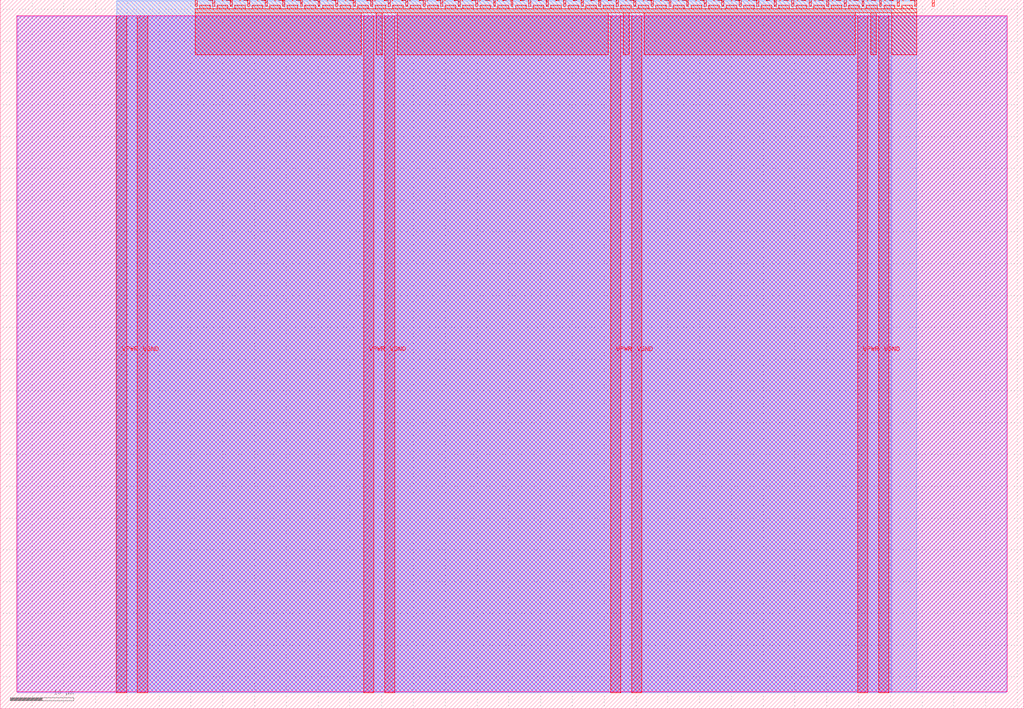
<source format=lef>
VERSION 5.7 ;
  NOWIREEXTENSIONATPIN ON ;
  DIVIDERCHAR "/" ;
  BUSBITCHARS "[]" ;
MACRO tt_um_wokwi_442977491741773825
  CLASS BLOCK ;
  FOREIGN tt_um_wokwi_442977491741773825 ;
  ORIGIN 0.000 0.000 ;
  SIZE 161.000 BY 111.520 ;
  PIN VGND
    DIRECTION INOUT ;
    USE GROUND ;
    PORT
      LAYER met4 ;
        RECT 21.580 2.480 23.180 109.040 ;
    END
    PORT
      LAYER met4 ;
        RECT 60.450 2.480 62.050 109.040 ;
    END
    PORT
      LAYER met4 ;
        RECT 99.320 2.480 100.920 109.040 ;
    END
    PORT
      LAYER met4 ;
        RECT 138.190 2.480 139.790 109.040 ;
    END
  END VGND
  PIN VPWR
    DIRECTION INOUT ;
    USE POWER ;
    PORT
      LAYER met4 ;
        RECT 18.280 2.480 19.880 109.040 ;
    END
    PORT
      LAYER met4 ;
        RECT 57.150 2.480 58.750 109.040 ;
    END
    PORT
      LAYER met4 ;
        RECT 96.020 2.480 97.620 109.040 ;
    END
    PORT
      LAYER met4 ;
        RECT 134.890 2.480 136.490 109.040 ;
    END
  END VPWR
  PIN clk
    DIRECTION INPUT ;
    USE SIGNAL ;
    ANTENNAGATEAREA 0.495000 ;
    PORT
      LAYER met4 ;
        RECT 143.830 110.520 144.130 111.520 ;
    END
  END clk
  PIN ena
    DIRECTION INPUT ;
    USE SIGNAL ;
    PORT
      LAYER met4 ;
        RECT 146.590 110.520 146.890 111.520 ;
    END
  END ena
  PIN rst_n
    DIRECTION INPUT ;
    USE SIGNAL ;
    PORT
      LAYER met4 ;
        RECT 141.070 110.520 141.370 111.520 ;
    END
  END rst_n
  PIN ui_in[0]
    DIRECTION INPUT ;
    USE SIGNAL ;
    ANTENNAGATEAREA 0.196500 ;
    PORT
      LAYER met4 ;
        RECT 138.310 110.520 138.610 111.520 ;
    END
  END ui_in[0]
  PIN ui_in[1]
    DIRECTION INPUT ;
    USE SIGNAL ;
    ANTENNAGATEAREA 0.196500 ;
    PORT
      LAYER met4 ;
        RECT 135.550 110.520 135.850 111.520 ;
    END
  END ui_in[1]
  PIN ui_in[2]
    DIRECTION INPUT ;
    USE SIGNAL ;
    ANTENNAGATEAREA 0.196500 ;
    PORT
      LAYER met4 ;
        RECT 132.790 110.520 133.090 111.520 ;
    END
  END ui_in[2]
  PIN ui_in[3]
    DIRECTION INPUT ;
    USE SIGNAL ;
    ANTENNAGATEAREA 0.196500 ;
    PORT
      LAYER met4 ;
        RECT 130.030 110.520 130.330 111.520 ;
    END
  END ui_in[3]
  PIN ui_in[4]
    DIRECTION INPUT ;
    USE SIGNAL ;
    PORT
      LAYER met4 ;
        RECT 127.270 110.520 127.570 111.520 ;
    END
  END ui_in[4]
  PIN ui_in[5]
    DIRECTION INPUT ;
    USE SIGNAL ;
    ANTENNAGATEAREA 0.196500 ;
    PORT
      LAYER met4 ;
        RECT 124.510 110.520 124.810 111.520 ;
    END
  END ui_in[5]
  PIN ui_in[6]
    DIRECTION INPUT ;
    USE SIGNAL ;
    ANTENNAGATEAREA 0.196500 ;
    PORT
      LAYER met4 ;
        RECT 121.750 110.520 122.050 111.520 ;
    END
  END ui_in[6]
  PIN ui_in[7]
    DIRECTION INPUT ;
    USE SIGNAL ;
    ANTENNAGATEAREA 0.196500 ;
    PORT
      LAYER met4 ;
        RECT 118.990 110.520 119.290 111.520 ;
    END
  END ui_in[7]
  PIN uio_in[0]
    DIRECTION INPUT ;
    USE SIGNAL ;
    PORT
      LAYER met4 ;
        RECT 116.230 110.520 116.530 111.520 ;
    END
  END uio_in[0]
  PIN uio_in[1]
    DIRECTION INPUT ;
    USE SIGNAL ;
    PORT
      LAYER met4 ;
        RECT 113.470 110.520 113.770 111.520 ;
    END
  END uio_in[1]
  PIN uio_in[2]
    DIRECTION INPUT ;
    USE SIGNAL ;
    PORT
      LAYER met4 ;
        RECT 110.710 110.520 111.010 111.520 ;
    END
  END uio_in[2]
  PIN uio_in[3]
    DIRECTION INPUT ;
    USE SIGNAL ;
    PORT
      LAYER met4 ;
        RECT 107.950 110.520 108.250 111.520 ;
    END
  END uio_in[3]
  PIN uio_in[4]
    DIRECTION INPUT ;
    USE SIGNAL ;
    PORT
      LAYER met4 ;
        RECT 105.190 110.520 105.490 111.520 ;
    END
  END uio_in[4]
  PIN uio_in[5]
    DIRECTION INPUT ;
    USE SIGNAL ;
    PORT
      LAYER met4 ;
        RECT 102.430 110.520 102.730 111.520 ;
    END
  END uio_in[5]
  PIN uio_in[6]
    DIRECTION INPUT ;
    USE SIGNAL ;
    PORT
      LAYER met4 ;
        RECT 99.670 110.520 99.970 111.520 ;
    END
  END uio_in[6]
  PIN uio_in[7]
    DIRECTION INPUT ;
    USE SIGNAL ;
    PORT
      LAYER met4 ;
        RECT 96.910 110.520 97.210 111.520 ;
    END
  END uio_in[7]
  PIN uio_oe[0]
    DIRECTION OUTPUT ;
    USE SIGNAL ;
    PORT
      LAYER met4 ;
        RECT 49.990 110.520 50.290 111.520 ;
    END
  END uio_oe[0]
  PIN uio_oe[1]
    DIRECTION OUTPUT ;
    USE SIGNAL ;
    PORT
      LAYER met4 ;
        RECT 47.230 110.520 47.530 111.520 ;
    END
  END uio_oe[1]
  PIN uio_oe[2]
    DIRECTION OUTPUT ;
    USE SIGNAL ;
    PORT
      LAYER met4 ;
        RECT 44.470 110.520 44.770 111.520 ;
    END
  END uio_oe[2]
  PIN uio_oe[3]
    DIRECTION OUTPUT ;
    USE SIGNAL ;
    PORT
      LAYER met4 ;
        RECT 41.710 110.520 42.010 111.520 ;
    END
  END uio_oe[3]
  PIN uio_oe[4]
    DIRECTION OUTPUT ;
    USE SIGNAL ;
    PORT
      LAYER met4 ;
        RECT 38.950 110.520 39.250 111.520 ;
    END
  END uio_oe[4]
  PIN uio_oe[5]
    DIRECTION OUTPUT ;
    USE SIGNAL ;
    PORT
      LAYER met4 ;
        RECT 36.190 110.520 36.490 111.520 ;
    END
  END uio_oe[5]
  PIN uio_oe[6]
    DIRECTION OUTPUT ;
    USE SIGNAL ;
    PORT
      LAYER met4 ;
        RECT 33.430 110.520 33.730 111.520 ;
    END
  END uio_oe[6]
  PIN uio_oe[7]
    DIRECTION OUTPUT ;
    USE SIGNAL ;
    PORT
      LAYER met4 ;
        RECT 30.670 110.520 30.970 111.520 ;
    END
  END uio_oe[7]
  PIN uio_out[0]
    DIRECTION OUTPUT ;
    USE SIGNAL ;
    PORT
      LAYER met4 ;
        RECT 72.070 110.520 72.370 111.520 ;
    END
  END uio_out[0]
  PIN uio_out[1]
    DIRECTION OUTPUT ;
    USE SIGNAL ;
    PORT
      LAYER met4 ;
        RECT 69.310 110.520 69.610 111.520 ;
    END
  END uio_out[1]
  PIN uio_out[2]
    DIRECTION OUTPUT ;
    USE SIGNAL ;
    PORT
      LAYER met4 ;
        RECT 66.550 110.520 66.850 111.520 ;
    END
  END uio_out[2]
  PIN uio_out[3]
    DIRECTION OUTPUT ;
    USE SIGNAL ;
    PORT
      LAYER met4 ;
        RECT 63.790 110.520 64.090 111.520 ;
    END
  END uio_out[3]
  PIN uio_out[4]
    DIRECTION OUTPUT ;
    USE SIGNAL ;
    PORT
      LAYER met4 ;
        RECT 61.030 110.520 61.330 111.520 ;
    END
  END uio_out[4]
  PIN uio_out[5]
    DIRECTION OUTPUT ;
    USE SIGNAL ;
    PORT
      LAYER met4 ;
        RECT 58.270 110.520 58.570 111.520 ;
    END
  END uio_out[5]
  PIN uio_out[6]
    DIRECTION OUTPUT ;
    USE SIGNAL ;
    PORT
      LAYER met4 ;
        RECT 55.510 110.520 55.810 111.520 ;
    END
  END uio_out[6]
  PIN uio_out[7]
    DIRECTION OUTPUT ;
    USE SIGNAL ;
    PORT
      LAYER met4 ;
        RECT 52.750 110.520 53.050 111.520 ;
    END
  END uio_out[7]
  PIN uo_out[0]
    DIRECTION OUTPUT ;
    USE SIGNAL ;
    ANTENNADIFFAREA 0.795200 ;
    PORT
      LAYER met4 ;
        RECT 94.150 110.520 94.450 111.520 ;
    END
  END uo_out[0]
  PIN uo_out[1]
    DIRECTION OUTPUT ;
    USE SIGNAL ;
    PORT
      LAYER met4 ;
        RECT 91.390 110.520 91.690 111.520 ;
    END
  END uo_out[1]
  PIN uo_out[2]
    DIRECTION OUTPUT ;
    USE SIGNAL ;
    PORT
      LAYER met4 ;
        RECT 88.630 110.520 88.930 111.520 ;
    END
  END uo_out[2]
  PIN uo_out[3]
    DIRECTION OUTPUT ;
    USE SIGNAL ;
    PORT
      LAYER met4 ;
        RECT 85.870 110.520 86.170 111.520 ;
    END
  END uo_out[3]
  PIN uo_out[4]
    DIRECTION OUTPUT ;
    USE SIGNAL ;
    PORT
      LAYER met4 ;
        RECT 83.110 110.520 83.410 111.520 ;
    END
  END uo_out[4]
  PIN uo_out[5]
    DIRECTION OUTPUT ;
    USE SIGNAL ;
    PORT
      LAYER met4 ;
        RECT 80.350 110.520 80.650 111.520 ;
    END
  END uo_out[5]
  PIN uo_out[6]
    DIRECTION OUTPUT ;
    USE SIGNAL ;
    PORT
      LAYER met4 ;
        RECT 77.590 110.520 77.890 111.520 ;
    END
  END uo_out[6]
  PIN uo_out[7]
    DIRECTION OUTPUT ;
    USE SIGNAL ;
    ANTENNADIFFAREA 0.795200 ;
    PORT
      LAYER met4 ;
        RECT 74.830 110.520 75.130 111.520 ;
    END
  END uo_out[7]
  OBS
      LAYER nwell ;
        RECT 2.570 2.635 158.430 108.990 ;
      LAYER li1 ;
        RECT 2.760 2.635 158.240 108.885 ;
      LAYER met1 ;
        RECT 2.760 2.480 158.240 109.040 ;
      LAYER met2 ;
        RECT 18.310 2.535 140.210 111.365 ;
      LAYER met3 ;
        RECT 18.290 2.555 144.170 111.345 ;
      LAYER met4 ;
        RECT 31.370 110.120 33.030 110.665 ;
        RECT 34.130 110.120 35.790 110.665 ;
        RECT 36.890 110.120 38.550 110.665 ;
        RECT 39.650 110.120 41.310 110.665 ;
        RECT 42.410 110.120 44.070 110.665 ;
        RECT 45.170 110.120 46.830 110.665 ;
        RECT 47.930 110.120 49.590 110.665 ;
        RECT 50.690 110.120 52.350 110.665 ;
        RECT 53.450 110.120 55.110 110.665 ;
        RECT 56.210 110.120 57.870 110.665 ;
        RECT 58.970 110.120 60.630 110.665 ;
        RECT 61.730 110.120 63.390 110.665 ;
        RECT 64.490 110.120 66.150 110.665 ;
        RECT 67.250 110.120 68.910 110.665 ;
        RECT 70.010 110.120 71.670 110.665 ;
        RECT 72.770 110.120 74.430 110.665 ;
        RECT 75.530 110.120 77.190 110.665 ;
        RECT 78.290 110.120 79.950 110.665 ;
        RECT 81.050 110.120 82.710 110.665 ;
        RECT 83.810 110.120 85.470 110.665 ;
        RECT 86.570 110.120 88.230 110.665 ;
        RECT 89.330 110.120 90.990 110.665 ;
        RECT 92.090 110.120 93.750 110.665 ;
        RECT 94.850 110.120 96.510 110.665 ;
        RECT 97.610 110.120 99.270 110.665 ;
        RECT 100.370 110.120 102.030 110.665 ;
        RECT 103.130 110.120 104.790 110.665 ;
        RECT 105.890 110.120 107.550 110.665 ;
        RECT 108.650 110.120 110.310 110.665 ;
        RECT 111.410 110.120 113.070 110.665 ;
        RECT 114.170 110.120 115.830 110.665 ;
        RECT 116.930 110.120 118.590 110.665 ;
        RECT 119.690 110.120 121.350 110.665 ;
        RECT 122.450 110.120 124.110 110.665 ;
        RECT 125.210 110.120 126.870 110.665 ;
        RECT 127.970 110.120 129.630 110.665 ;
        RECT 130.730 110.120 132.390 110.665 ;
        RECT 133.490 110.120 135.150 110.665 ;
        RECT 136.250 110.120 137.910 110.665 ;
        RECT 139.010 110.120 140.670 110.665 ;
        RECT 141.770 110.120 143.430 110.665 ;
        RECT 30.655 109.440 144.145 110.120 ;
        RECT 30.655 102.855 56.750 109.440 ;
        RECT 59.150 102.855 60.050 109.440 ;
        RECT 62.450 102.855 95.620 109.440 ;
        RECT 98.020 102.855 98.920 109.440 ;
        RECT 101.320 102.855 134.490 109.440 ;
        RECT 136.890 102.855 137.790 109.440 ;
        RECT 140.190 102.855 144.145 109.440 ;
  END
END tt_um_wokwi_442977491741773825
END LIBRARY


</source>
